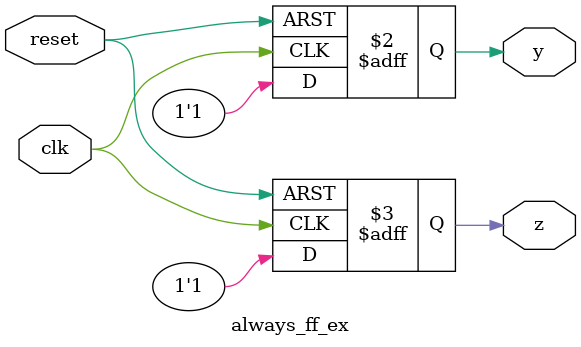
<source format=sv>

module always_ff_ex
(
    input logic clk, reset,
    output logic y, z
);

always_ff @(posedge clk, posedge reset) begin
    if (reset) begin
        y <= 0;
        z <= 0;
    end
    else begin
        y <= 1;
        z <= 1;
    end
end

endmodule 
</source>
